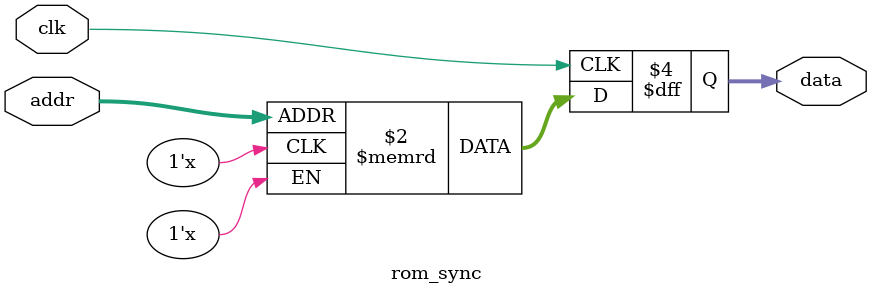
<source format=sv>

`default_nettype none
`timescale 1ns / 1ps

module rom_sync #(
    parameter WIDTH=8,
    parameter DEPTH=256,
    parameter INIT_F="",
    localparam ADDRW=$clog2(DEPTH)
    ) (
    input wire logic clk,
    input wire logic [ADDRW-1:0] addr,
    output     logic [WIDTH-1:0] data
    );

    logic [WIDTH-1:0] memory [DEPTH];

    initial begin
        if (INIT_F != 0) begin
            $display("Creating rom_sync from init file '%s'.", INIT_F);
            $readmemh(INIT_F, memory);
        end
    end

    always_ff @(posedge clk) begin
        data <= memory[addr];
    end
endmodule

</source>
